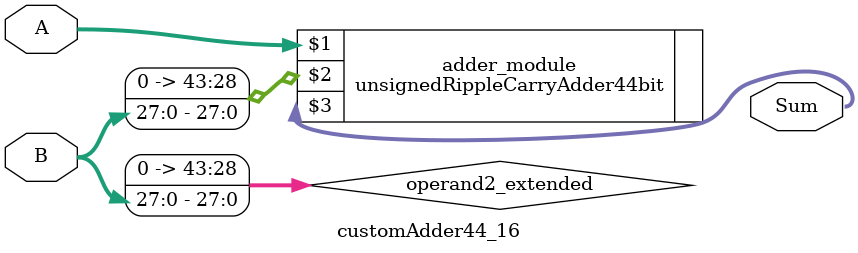
<source format=v>
module customAdder44_16(
                        input [43 : 0] A,
                        input [27 : 0] B,
                        
                        output [44 : 0] Sum
                );

        wire [43 : 0] operand2_extended;
        
        assign operand2_extended =  {16'b0, B};
        
        unsignedRippleCarryAdder44bit adder_module(
            A,
            operand2_extended,
            Sum
        );
        
        endmodule
        
</source>
